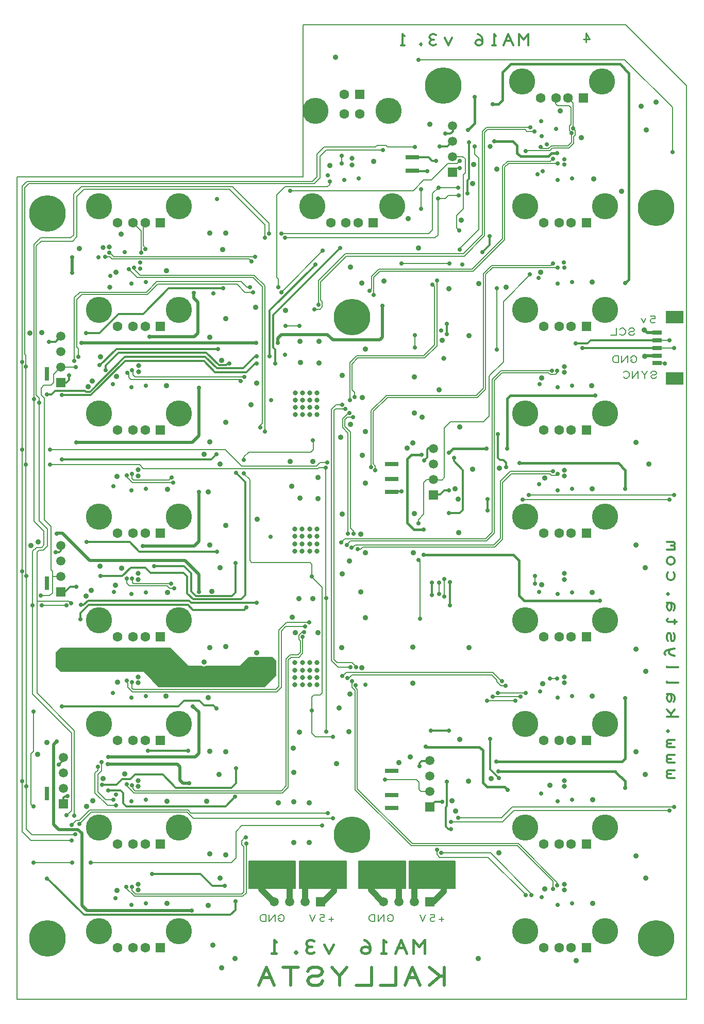
<source format=gbr>
%FSLAX35Y35*%
%MOIN*%
G04 EasyPC Gerber Version 18.0.8 Build 3632 *
%ADD87R,0.03150X0.08661*%
%ADD124R,0.05906X0.05906*%
%ADD25R,0.06299X0.06299*%
%ADD10C,0.00500*%
%ADD123C,0.00591*%
%ADD12C,0.00787*%
%ADD91C,0.00827*%
%ADD18C,0.00984*%
%ADD14C,0.01181*%
%ADD19C,0.01575*%
%ADD11C,0.01969*%
%ADD83C,0.02756*%
%ADD21C,0.03150*%
%ADD89C,0.03543*%
%ADD16C,0.03937*%
%ADD126R,0.06299X0.02756*%
%ADD129R,0.08661X0.03150*%
%ADD128R,0.05906X0.05906*%
%ADD127R,0.11811X0.08268*%
%ADD125C,0.05906*%
%ADD26C,0.06299*%
%ADD28C,0.11811*%
%ADD27C,0.16929*%
%ADD29C,0.23622*%
X0Y0D02*
D02*
D10*
X39370Y39370D02*
Y570866D01*
X224409*
Y669291*
X433071*
X472441Y629921*
Y39370*
X39370*
X131069Y241411D02*
X199246D01*
X206614Y248780*
Y257992*
X204134Y260472*
X195720*
G75*
G02X193059I-1330J2913*
G01*
X189252*
X183583Y254803*
X162223*
G75*
G02X158170I-2026J2480*
G01*
X149921*
X138228Y266496*
X67717*
X64528Y263307*
Y254449*
X67717Y251260*
X121220*
X131069Y241411*
G36*
X199246*
X206614Y248780*
Y257992*
X204134Y260472*
X195720*
G75*
G02X193059I-1330J2913*
G01*
X189252*
X183583Y254803*
X162223*
G75*
G02X158170I-2026J2480*
G01*
X149921*
X138228Y266496*
X67717*
X64528Y263307*
Y254449*
X67717Y251260*
X121220*
X131069Y241411*
G37*
X219311Y111087D02*
Y128839D01*
X189429*
Y111087*
X219311*
G36*
Y128839*
X189429*
Y111087*
X219311*
G37*
X221780D02*
X252181D01*
Y128839*
X221780*
Y111087*
G36*
X252181*
Y128839*
X221780*
Y111087*
G37*
X260366D02*
X290551D01*
Y128839*
X260366*
Y111087*
G36*
X290551*
Y128839*
X260366*
Y111087*
G37*
X293020D02*
X322728D01*
Y128839*
X293020*
Y111087*
G36*
X322728*
Y128839*
X293020*
Y111087*
G37*
D02*
D11*
X74803Y508858D02*
Y518898D01*
X98130Y196161D02*
X154626D01*
X156791Y198327*
Y225000*
X152953Y228839*
X120571Y332283D02*
X154035D01*
X156988Y335236*
Y367520*
X150492Y179055D02*
X146772D01*
X144724Y181102*
Y189665*
X143051Y191339*
X97835*
X152362Y96752D02*
X84547D01*
X81201Y100098*
Y146555*
X78740Y149016*
X66240*
X62992Y152264*
Y204035*
X64862Y205906*
X64961*
X153543Y495965D02*
Y492835D01*
X156299Y490079*
Y470059*
X153961Y467720*
X124906*
X157087Y302854D02*
Y314035D01*
X147972Y323150*
X86142*
X68681Y340610*
X65079*
X64921Y340453*
X157087Y434744D02*
Y403642D01*
X152657Y399213*
X77657*
Y399311*
X192665Y114594D02*
X196075D01*
X197283Y113386*
X193787Y463823D02*
Y463622D01*
X80827*
X197283Y113386D02*
X200693D01*
X201902Y114594*
Y114933*
X205079Y118110*
Y117772*
X208256Y114594*
X211665*
X212874Y113386*
X216283*
X217492Y114594*
X275689Y487598D02*
Y467323D01*
X274016Y465650*
X243484*
X239961Y469173*
X210315*
X207874Y466732*
Y463823*
X315748Y48346D02*
Y60157D01*
Y54252D02*
X312795D01*
X305906Y60157*
X312795Y54252D02*
X305906Y48346D01*
X300000D02*
X295079Y60157D01*
X290157Y48346*
X298031Y53268D02*
X292126D01*
X284252Y60157D02*
Y48346D01*
X274409*
X268504Y60157D02*
Y48346D01*
X258661*
X247835D02*
Y54252D01*
X252756Y60157*
X247835Y54252D02*
X242913Y60157D01*
X237008Y51299D02*
X236024Y49331D01*
X234055Y48346*
X230118*
X228150Y49331*
X227165Y51299*
X228150Y53268*
X230118Y54252*
X234055*
X236024Y55236*
X237008Y57205*
X236024Y59173*
X234055Y60157*
X230118*
X228150Y59173*
X227165Y57205*
X216339Y48346D02*
Y60157D01*
X221260D02*
X211417D01*
X205512Y48346D02*
X200591Y60157D01*
X195669Y48346*
X203543Y53268D02*
X197638D01*
X453346Y455512D02*
X445945D01*
X445433Y455000*
X453346Y470276D02*
X446811D01*
X445079Y472008*
D02*
D12*
X42717Y316142D02*
Y180217D01*
Y394823D02*
Y316142D01*
Y451476D02*
Y394823D01*
X45079Y384892D02*
Y312894D01*
X45177Y312992*
X45079Y448425D02*
Y384892D01*
X45177Y176969D02*
Y149508D01*
X48917Y145768*
X76969*
X77067Y145866*
X45177Y312992D02*
Y176969D01*
X49311Y293996D02*
Y236614D01*
X74606Y211319*
Y161220*
X71752Y158366*
X71260*
X49843Y127756D02*
X74921D01*
X49843Y225315D02*
Y199646D01*
X48386Y198189*
Y165394*
X49843Y163937*
X50354Y427480D02*
X50394Y427441D01*
Y348228*
X56594Y342028*
Y332972*
X55118Y331496*
X51870*
X49311Y328937*
Y293996*
X52165Y296555D02*
Y237303D01*
X76280Y213189*
Y158071*
X53543Y425000D02*
Y348819D01*
X59055Y343307*
Y332283*
X56299Y329528*
X53445*
X52165Y328248*
Y296555*
X58504Y443780D02*
X62362Y312618*
Y302165D01*
X60394Y300197*
X54764*
X67657Y312618D02*
X62362D01*
X67657D02*
Y448012*
Y448051D01*
X62992Y443386*
Y437874*
X61378Y436260*
X56614*
X54843Y434488*
Y430079*
X56969Y427953*
Y349370*
X61260Y345079*
Y317047*
X62362Y315945*
Y312618*
X69193Y175807D02*
X71260Y293996*
X55217D01*
X74409Y295374D02*
X74508D01*
X72638Y296555*
X52165*
X74606Y142126D02*
X48228D01*
X42717Y147638*
Y180217*
X77126Y447992D02*
X67677D01*
X67657Y448012*
X79035Y454724D02*
Y460059D01*
X77953Y461142*
Y491791*
X81142Y494980*
X106378*
X106398Y494961*
X123701*
X130315Y501575*
X181457*
X186575Y496457*
X192087*
X86811Y127756D02*
X177992D01*
X180787Y130551*
Y147717*
X184764Y151693*
X236614*
Y151732*
X91732Y189567D02*
Y187500D01*
X89764Y185531*
Y172835*
X98031Y164567*
X103150*
X101476Y168307D02*
X96654D01*
X91535Y173425*
Y184547*
X94094Y187106*
Y192618*
X185906Y379488D02*
Y379134D01*
X189803Y375236*
Y322992*
X191102Y321693*
X228819*
X230079Y320433*
Y312598*
X185906Y387953D02*
Y389921D01*
X189173Y393189*
X229409*
X230787Y394567*
Y401102*
X230512Y400551*
X189961Y499646D02*
X187874D01*
X184291Y503228*
X129724*
X122953Y496457*
X79882*
X76398Y492972*
Y451929*
X76220*
X199528Y531535D02*
Y540039D01*
X176496Y563071*
X82598*
X77992Y558465*
Y532244*
X75157Y529409*
X54843*
X51772Y526339*
Y429961*
X53543Y428189*
Y425000*
X202362Y534370D02*
Y541102D01*
X178622Y564843*
X80827*
X75866Y559882*
Y533307*
X74094Y531535*
X54488*
X50354Y527402*
Y427480*
X208386Y499646D02*
Y504961D01*
X207323Y506024*
Y559213*
X212638Y564528*
X240059*
X241634Y566102*
Y568012*
X210157Y496457D02*
X236909Y523209D01*
X212638Y531535D02*
X309724D01*
X311496Y533307*
Y556988*
X212992Y474606D02*
X222008D01*
Y474764*
X229803Y226142D02*
Y234567D01*
X231260Y236024*
X235433*
X236693Y237283*
Y305787*
X230079Y312402*
Y312598*
X238780Y382874D02*
Y299016D01*
X239173Y298622*
X238780Y382874D02*
X234400D01*
X234006Y382480*
X121014*
X118602Y384892*
X60571*
X239173Y298622D02*
Y212500D01*
X239862Y386220D02*
X235118D01*
X232953Y384055*
X184606*
X173819Y394843*
X60610*
X240394Y159843D02*
X151772D01*
X149803Y161811*
X86417*
X79724Y155118*
X77756*
X74409Y151772*
X74606*
Y152067*
X243504Y156496D02*
X153150D01*
X149213Y160433*
X87303*
X79626Y152756*
Y152559*
X243583Y208898D02*
X232244D01*
X229803Y211339*
Y226142*
X275787Y588287D02*
X239173D01*
X235236Y584350*
Y570354*
X231496Y566614*
X47106*
X44390Y563898*
Y456220*
X45079Y455531*
Y448425*
X277283Y181339D02*
X297638D01*
X299134Y179843*
Y175039*
X300591Y173583*
X305630*
X305650Y173602*
X306398*
X296614Y590354D02*
X278898D01*
X277835Y591417*
X272165*
X271102Y590354*
X237795*
X233189Y585748*
Y570866*
X230354Y568031*
X45630*
X42717Y565118*
Y451476*
X296752Y460531D02*
Y468602D01*
X296654*
X298780Y347165D02*
Y349409D01*
X302402Y353031*
Y373504*
X304173Y375276*
X308740*
X308760Y375256*
X300039Y285394D02*
Y322244D01*
X298780Y323504*
X300591Y550492D02*
Y562894D01*
X306398Y173602D02*
X308760Y375256*
X310787Y136063*
Y133110D01*
X312756Y131142*
X344094*
X368189Y107047*
Y106693*
X311909Y564173D02*
X311890D01*
X307953Y560236*
Y536850*
X305472Y534370*
X210157*
X312283Y308661D02*
Y301220D01*
X313622Y133976D02*
X345512D01*
X372087Y107402*
Y106693*
X315472Y311142D02*
Y299803D01*
X318799Y515059D02*
X288189D01*
X288091Y515157*
X319390Y564173D02*
X324606D01*
X319390D02*
X311909D01*
X320000Y154035D02*
X353307D01*
X360531Y161260*
X461378*
X320965Y584173D02*
X327677D01*
X329291Y582559*
Y573740*
X327874Y572323*
Y550433*
X323465Y546024*
Y538150*
X325315Y536299*
X320965Y584173D02*
X324606Y156594*
X352598D01*
X359744Y163740*
X464213*
X324961Y558858D02*
X318209D01*
X316339Y556988*
X311496*
X325591Y576575D02*
X323366D01*
X320965Y574173*
X325689Y581496D02*
X323957Y579764D01*
X318110*
X307323Y568976*
X302402*
X295551Y562126*
X291772*
X291732Y562165*
X215827*
X335138Y590748D02*
Y585827D01*
X337795Y583169*
Y537106*
X325492Y524803*
Y523917*
X343386Y232480D02*
X361457D01*
X346929Y234961D02*
X365000D01*
X349606Y459350D02*
Y499114D01*
X350118Y237441D02*
X368189D01*
X366417Y362520D02*
X461378D01*
X370315Y365354D02*
X464213D01*
X371102Y507874D02*
Y507756D01*
X353780Y490433*
Y451378*
X344961Y442559*
Y442520*
X344449Y442008*
Y416260*
X340945Y412756*
X319646*
X315669Y408780*
Y376693*
X314134Y375157*
X308858*
X308760Y375256*
X453346Y450591D02*
X457992D01*
X458189Y450394*
X453346Y460433D02*
X464094D01*
X464213Y460315*
X453346Y465354D02*
X461299D01*
X461378Y465276*
X463150Y587165D02*
Y615866D01*
X432323Y646693*
X299094*
D02*
D14*
X58504Y172362D02*
Y308386*
X58701Y430433*
X61496D01*
X63819Y432756*
X83386*
X83976Y432165*
X86457*
X109016Y454724*
X161024*
X168543Y447205*
X185630*
X193346Y454921*
X194252*
X59941Y464469D02*
X64114D01*
X67657Y468012*
X64409Y328445D02*
X66634D01*
X67520Y329331*
Y332480*
X67657Y332618*
Y322618D02*
Y458012*
X68150Y228819*
X143701D01*
X147165Y232283*
X157244*
X160118Y229409*
X166378*
X168307Y227480*
X68150Y388504D02*
X165079D01*
X168307Y391732*
X68150Y429961D02*
X87087D01*
X109173Y452047*
X160197*
X167402Y444843*
X187756*
X193425Y450512*
X194370*
X69193Y165807D02*
Y169783D01*
X69783Y170374*
X71555*
X71949Y170768*
X69193Y185807D02*
Y195807*
Y193898D01*
X66339Y191043*
X73031Y442717D02*
Y439764D01*
X71260Y437992*
X68169*
X68150Y438012*
X67657*
X77657Y306004D02*
Y306102D01*
X73622*
X70177Y302657*
X67697*
X67657Y302618*
X80354Y284921D02*
Y289134D01*
X85512Y294291*
X149803*
X152992Y291102*
X181260*
X181299Y291063*
X80472Y294252D02*
X82441D01*
X85276Y297087*
X150709*
X152047Y295748*
X194134*
X84409Y334941D02*
X112146D01*
X118307Y328780*
X168543*
X92520Y449213D02*
X92953D01*
X103543Y459803*
X169173*
X93150Y312992D02*
X107323D01*
X112835Y318504*
X122362*
X125709Y315157*
X146850*
X149370Y312638*
Y301811*
X153307Y297874*
X184291*
X187047Y300630*
Y373780*
X180984Y379843*
X94213Y177874D02*
X103622D01*
X107362Y181614*
X112638*
X115551Y184528*
X133661*
X142047Y176142*
X178031*
X181024Y179134*
Y188819*
X96575Y446063D02*
Y449094D01*
X104961Y457480*
X161732*
X169803Y449409*
X174764*
X175748Y450394*
X176457*
X98228Y174488D02*
X106181D01*
X108031Y172638*
Y165925*
X109882Y164075*
X174173*
X180354Y170197*
X180315*
X123819Y200118D02*
X149803D01*
X126575Y120276D02*
X157874D01*
X165551Y112598*
X173720*
X128031Y319331D02*
X147244D01*
X151850Y314724*
Y303071*
X155000Y299921*
X178386*
X180669Y302205*
Y321339*
X172717Y498858D02*
X137362D01*
X120945Y482441*
X105079*
X92598Y469961*
X83780*
X180512Y102559D02*
Y97146D01*
X177264Y93898*
X82618*
X59094Y117421*
X58701*
X181299Y291063D02*
X186220D01*
X187756Y292598*
X206260Y450512D02*
Y459252D01*
X204921Y460591*
Y481654*
X248425Y525157*
X232165Y514213D02*
Y514134D01*
X202638Y484606*
Y454921*
X281398Y385236D02*
X281496D01*
Y162992D02*
Y171358*
Y187106*
X281594Y375591*
X281496D01*
X287894Y367618D02*
X281594D01*
X281496Y367520*
X299449Y189961D02*
Y192087D01*
X300866Y193504*
X306299*
X306398Y193602*
X302461Y387598D02*
X304626Y389764D01*
Y394783*
X305413Y395571*
X308445*
X308760Y395256*
X304764Y574764D02*
X295197D01*
X294843Y575118*
X306398Y183602D02*
X306890Y212894*
X318701D01*
X307480Y308760D02*
Y300787D01*
X308760Y385256D02*
X310433Y581496*
X307598D01*
X305472Y583622*
X294843*
X312697Y590846D02*
X317638D01*
X320965Y594173*
X314331Y166929D02*
X309724D01*
X306398Y163602*
X316437Y598917D02*
X319685D01*
X321260Y600492*
Y603878*
X320965Y604173*
X317224Y475886D02*
Y469193D01*
X317402Y164291D02*
Y180157D01*
Y164291D02*
X316575Y163465D01*
Y151181*
X318425Y149331*
X320000*
X318602Y368307D02*
X315748D01*
X313091Y365650*
X309154*
X308760Y365256*
X319291Y308957D02*
Y294094D01*
X321850Y389272D02*
Y387303D01*
X327657Y381496*
Y355709*
X325492Y353543*
X318701*
X331594Y593504D02*
Y569685D01*
X330591Y568681*
Y560236*
X343504Y355413D02*
Y362795D01*
X344783Y532776D02*
Y526870D01*
X340354Y522441*
X350787Y182382D02*
X345276Y187894D01*
Y207579*
X355610Y383366D02*
Y386220D01*
X353740Y388091*
X351772*
X350394Y389469*
Y404528*
X369961Y655980D02*
Y663361D01*
X366885Y659670*
X363809Y663361*
Y655980*
X360118D02*
X357042Y663361D01*
X353967Y655980*
X358888Y659055D02*
X355197D01*
X349045Y655980D02*
X346585D01*
X347815D02*
Y663361D01*
X349045Y662131*
X340433Y657825D02*
X339818Y659055D01*
X338587Y659670*
X337357*
X336127Y659055*
X335512Y657825*
X336127Y656594*
X337357Y655980*
X338587*
X339818Y656594*
X340433Y657825*
Y659670*
X339818Y661516*
X338587Y662746*
X337357Y663361*
X320748Y660901D02*
X318287Y655980D01*
X315827Y660901*
X310290Y656594D02*
X309060Y655980D01*
X307830*
X306599Y656594*
X305984Y657825*
X306599Y659055*
X307830Y659670*
X309060*
X307830D02*
X306599Y660285D01*
X305984Y661516*
X306599Y662746*
X307830Y663361*
X309060*
X310290Y662746*
X300448Y655980D02*
X299833Y656594D01*
X300448Y657210*
X301063Y656594*
X300448Y655980*
X289990D02*
X287530D01*
X288760D02*
Y663361D01*
X289990Y662131*
X453346Y460433D02*
X404823D01*
X453346Y465354D02*
X410236D01*
X408268Y463386*
X400591*
X464602Y182520D02*
X460295D01*
X459680Y183135*
Y184365*
X460295Y184980*
X462141*
X460295D02*
X459680Y185596D01*
Y186826*
X460295Y187441*
X464602*
Y192362D02*
X460295D01*
X459680Y192978*
Y194208*
X460295Y194823*
X462141*
X460295D02*
X459680Y195438D01*
Y196669*
X460295Y197283*
X464602*
Y202205D02*
X460295D01*
X459680Y202820*
Y204050*
X460295Y204665*
X462141*
X460295D02*
X459680Y205281D01*
Y206511*
X460295Y207126*
X464602*
X459680Y212663D02*
X460295Y213278D01*
X460911Y212663*
X460295Y212047*
X459680Y212663*
Y221890D02*
X467062D01*
X462141D02*
Y223735D01*
X464602Y226811*
X462141Y223735D02*
X459680Y226811D01*
X463986Y231732D02*
X464602Y232963D01*
Y234808*
X463986Y236039*
X462756Y236654*
X460911*
X460295Y236039*
X459680Y234808*
Y233578*
X460295Y232348*
X460911Y231732*
X461526*
X462141Y232348*
X462756Y233578*
Y234808*
X462141Y236039*
X461526Y236654*
X460911D02*
X459680D01*
Y244651D02*
Y244035D01*
X467062*
X459680Y254493D02*
Y253878D01*
X467062*
X464602Y261260D02*
X462141Y261875D01*
X460911Y263106*
Y264336*
X462141Y265566*
X464602Y266181*
X462141Y265566D02*
X459680Y264951D01*
X458450Y264336*
X457835Y263106*
X458450Y261875*
X460295Y271102D02*
X459680Y272333D01*
Y274793*
X460295Y276024*
X461526*
X462141Y274793*
Y272333*
X462756Y271102*
X463986*
X464602Y272333*
Y274793*
X463986Y276024*
X464602Y282175D02*
Y284636D01*
X465832Y283406D02*
X460295D01*
X459680Y284021*
Y284636*
X460295Y285251*
X463986Y290787D02*
X464602Y292018D01*
Y293863*
X463986Y295094*
X462756Y295709*
X460911*
X460295Y295094*
X459680Y293863*
Y292633*
X460295Y291403*
X460911Y290787*
X461526*
X462141Y291403*
X462756Y292633*
Y293863*
X462141Y295094*
X461526Y295709*
X460911D02*
X459680D01*
Y301245D02*
X460295Y301860D01*
X460911Y301245*
X460295Y300630*
X459680Y301245*
X463986Y315394D02*
X464602Y314163D01*
Y312318*
X463986Y311088*
X462756Y310472*
X461526*
X460295Y311088*
X459680Y312318*
Y314163*
X460295Y315394*
X461526Y320315D02*
X460295Y320930D01*
X459680Y322161*
Y323391*
X460295Y324621*
X461526Y325236*
X462756*
X463986Y324621*
X464602Y323391*
Y322161*
X463986Y320930*
X462756Y320315*
X461526*
X459680Y330157D02*
X464602D01*
X463986D02*
X464602Y330773D01*
Y332003*
X463986Y332618*
X462141*
X463986D02*
X464602Y333233D01*
Y334464*
X463986Y335079*
X459680*
D02*
D16*
X73740Y259055D02*
X69134D01*
X78346D02*
X73740D01*
X82953D02*
X78346D01*
X87559D02*
X82953D01*
X92165D02*
X87559D01*
X204134Y251969D02*
X194567D01*
X187480Y244882*
X138937*
X124764Y259055*
X92165*
X205472Y102362D02*
X205169D01*
X197224Y110307*
Y121988*
X197283Y122047*
X215472Y102362D02*
Y119449D01*
X212874Y122047*
X225472Y102362D02*
Y119055D01*
X228465Y122047*
X235472Y102362D02*
Y102512D01*
X237370*
X244146Y109287*
Y121957*
X244055Y122047*
X276339Y102362D02*
X275717D01*
X268161Y109917*
Y121256*
X268150Y121268*
Y122047*
X286339Y102362D02*
Y119449D01*
X283740Y122047*
X296339Y102362D02*
Y119055D01*
X299331Y122047*
X306339Y102362D02*
X308547D01*
X315323Y109138*
Y121646*
X314921Y122047*
D02*
D18*
X407185Y658091D02*
Y663996D01*
X409646Y660059*
X405709*
D02*
D19*
X302323Y343110D02*
X295866D01*
X291732Y347244*
Y388661*
X294291Y391220*
X299705*
X299724Y391240*
X301083*
X302992Y68868D02*
Y77726D01*
X299301Y73297*
X295610Y77726*
Y68868*
X291181D02*
X287490Y77726D01*
X283799Y68868*
X289705Y72559D02*
X285276D01*
X277894Y68868D02*
X274941D01*
X276417D02*
Y77726D01*
X277894Y76250*
X267559Y71083D02*
X266821Y72559D01*
X265344Y73297*
X263868*
X262392Y72559*
X261654Y71083*
X262392Y69606*
X263868Y68868*
X265344*
X266821Y69606*
X267559Y71083*
Y73297*
X266821Y75512*
X265344Y76988*
X263868Y77726*
X243937Y74774D02*
X240984Y68868D01*
X238031Y74774*
X231388Y69606D02*
X229911Y68868D01*
X228435*
X226959Y69606*
X226220Y71083*
X226959Y72559*
X228435Y73297*
X229911*
X228435D02*
X226959Y74035D01*
X226220Y75512*
X226959Y76988*
X228435Y77726*
X229911*
X231388Y76988*
X219577Y68868D02*
X218839Y69606D01*
X219577Y70344*
X220315Y69606*
X219577Y68868*
X207028D02*
X204075D01*
X205551D02*
Y77726D01*
X207028Y76250*
X335236Y622598D02*
Y605610D01*
X330906Y601280*
X342864Y395226D02*
X321161D01*
X318750Y392815*
X346929Y617992D02*
X350472D01*
X353307Y620827*
Y638543*
X358622Y643858*
X429134*
X434803Y638189*
Y504606*
X432677Y502480*
X350689Y186614D02*
X426220D01*
X426772Y186063*
X356594Y174705D02*
X356496D01*
X354626Y176575*
X343406*
X340551Y179429*
Y200197*
X338287Y202461*
X303740*
X303642Y202559*
X364222Y385925D02*
X428297D01*
X432776Y381447*
Y369390*
X388583Y586220D02*
X385079D01*
X383110Y584252*
X364961*
X362598Y586220*
X362795*
X362598Y586417*
Y591437*
X360039Y593996*
X347835*
X413140Y429675D02*
X358366D01*
X356299Y427608*
Y395226*
X356201*
X416437Y296949D02*
X367421D01*
X364075Y300295*
Y323130*
X360433Y326772*
X302421*
X302323Y326673*
X430591Y193012D02*
X349311D01*
X349213Y192913*
X432579Y176181D02*
Y180256D01*
X426772Y186063*
X432677Y233957D02*
Y195098D01*
X430591Y193012*
D02*
D21*
X95000Y525512D03*
X99016Y525591D03*
X99213Y499606D03*
X117717Y243858D03*
Y247598D03*
X117756Y110039D03*
Y113780D03*
Y176969D03*
Y180709D03*
Y310827D03*
Y314567D03*
Y377795D03*
Y381535D03*
X118110Y445118D03*
Y448858D03*
X219016Y329094D03*
Y333819D03*
Y338543D03*
Y343268D03*
X219055Y242717D03*
Y247441D03*
Y252165D03*
Y256890D03*
X219134Y417283D03*
Y422008D03*
Y426732D03*
Y431457D03*
X223740Y329094D03*
Y333819D03*
Y338543D03*
Y343268D03*
X223780Y242717D03*
Y247441D03*
Y252165D03*
Y256890D03*
X223858Y417283D03*
Y422008D03*
Y426732D03*
Y431457D03*
X228465Y329094D03*
Y333819D03*
Y338543D03*
Y343268D03*
X228504Y242717D03*
Y247441D03*
Y252165D03*
Y256890D03*
X228583Y417283D03*
Y422008D03*
Y426732D03*
Y431457D03*
X233189Y329094D03*
Y333819D03*
Y338543D03*
Y343268D03*
X233228Y242717D03*
Y247441D03*
Y252165D03*
Y256890D03*
X233307Y417283D03*
Y422008D03*
Y426732D03*
Y431457D03*
X255906Y578839D03*
Y582874D03*
X315354Y453839D03*
X345374Y590846D03*
X393307Y110000D03*
Y113740D03*
Y176929D03*
Y180669D03*
Y243858D03*
Y247598D03*
Y310787D03*
Y314528D03*
Y377717D03*
Y381457D03*
X393346Y444724D03*
Y448465D03*
D02*
D25*
X131969Y72835D03*
Y139764D03*
Y206693D03*
Y273622D03*
Y340551D03*
Y407480D03*
Y474409D03*
Y541339D03*
X260827Y624409D03*
X269764Y541339D03*
X405591Y622047D03*
X407559Y72835D03*
Y139764D03*
Y206693D03*
Y273622D03*
Y340551D03*
Y407480D03*
Y474409D03*
Y541339D03*
D02*
D26*
X104409Y72835D03*
Y139764D03*
Y206693D03*
Y273622D03*
Y340551D03*
Y407480D03*
Y474409D03*
Y541339D03*
X114252Y72835D03*
Y139764D03*
Y206693D03*
Y273622D03*
Y340551D03*
Y407480D03*
Y474409D03*
Y541339D03*
X122126Y72835D03*
Y139764D03*
Y206693D03*
Y273622D03*
Y340551D03*
Y407480D03*
Y474409D03*
Y541339D03*
X242205D03*
X250984Y611811D03*
Y624409D03*
X252047Y541339D03*
X259921D03*
X260827Y611811D03*
X378031Y622047D03*
X380000Y72835D03*
Y139764D03*
Y206693D03*
Y273622D03*
Y340551D03*
Y407480D03*
Y474409D03*
Y541339D03*
X387874Y622047D03*
X389843Y72835D03*
Y139764D03*
Y206693D03*
Y273622D03*
Y340551D03*
Y407480D03*
Y474409D03*
Y541339D03*
X395748Y622047D03*
X397717Y72835D03*
Y139764D03*
Y206693D03*
Y273622D03*
Y340551D03*
Y407480D03*
Y474409D03*
Y541339D03*
D02*
D27*
X92323Y83504D03*
Y150433D03*
Y217362D03*
Y284291D03*
Y351220D03*
Y418150D03*
Y485079D03*
Y552008D03*
X144055Y83504D03*
Y150433D03*
Y217362D03*
Y284291D03*
Y351220D03*
Y418150D03*
Y485079D03*
Y552008D03*
X230118D03*
X232205Y613780D03*
X279606D03*
X281850Y552008D03*
X365945Y632717D03*
X367913Y83504D03*
Y150433D03*
Y217362D03*
Y284291D03*
Y351220D03*
Y418150D03*
Y485079D03*
Y552008D03*
X417677Y632717D03*
X419646Y83504D03*
Y150433D03*
Y217362D03*
Y284291D03*
Y351220D03*
Y418150D03*
Y485079D03*
Y552008D03*
D02*
D28*
X197283Y122047D03*
X212874D03*
X228465D03*
X244055D03*
X268150D03*
X283740D03*
X299331D03*
X314921D03*
D02*
D29*
X59055Y78740D03*
Y547244D03*
X255906Y145669D03*
Y480315D03*
X314961Y629921D03*
X452756Y78740D03*
Y551181D03*
D02*
D83*
X42717Y180217D03*
Y316142D03*
Y394823D03*
Y451476D03*
X45079Y384892D03*
Y448425D03*
X45177Y176969D03*
Y312992D03*
X49311Y293996D03*
X49843Y127756D03*
Y163937D03*
Y225315D03*
X50354Y427480D03*
X53543Y425000D03*
X54764Y300197D03*
X55217Y293996D03*
X58504Y172362D03*
Y308386D03*
Y443780D03*
X58701Y117421D03*
Y430433D03*
X59941Y464469D03*
X60571Y384892D03*
X60610Y394843D03*
X64409Y328445D03*
X64921Y340453D03*
X64961Y205906D03*
X66339Y191043D03*
X67657Y312618D03*
Y322618D03*
Y458012D03*
X68150Y228819D03*
Y388504D03*
Y429961D03*
X69193Y175807D03*
Y185807D03*
X71260Y158366D03*
Y293996D03*
X71949Y170768D03*
X73031Y442717D03*
X74409Y295374D03*
X74606Y142126D03*
Y152067D03*
X74803Y508858D03*
Y518898D03*
X74921Y127756D03*
X76220Y451929D03*
X76280Y158071D03*
X77067Y145866D03*
X77126Y447992D03*
X77657Y306004D03*
Y399311D03*
X79035Y454724D03*
X79626Y152559D03*
X80354Y284921D03*
X80472Y294252D03*
X80827Y463622D03*
X83780Y469961D03*
X84409Y334941D03*
X86811Y127756D03*
X91732Y189567D03*
X91929Y518898D03*
X92520Y449213D03*
X93150Y312992D03*
X94094Y192618D03*
X94213Y177874D03*
X96417Y519488D03*
X96575Y446063D03*
X97835Y191339D03*
X98130Y196161D03*
X98228Y174488D03*
X99055Y522047D03*
X99606Y506890D03*
X101378Y237323D03*
X101417Y436969D03*
X101476Y168307D03*
X101654Y371181D03*
X101929Y302835D03*
X102874Y104646D03*
X103150Y164567D03*
X103189Y171654D03*
X109016Y522283D03*
X110039Y112008D03*
X110236Y178268D03*
Y311319D03*
Y378110D03*
X110335Y245276D03*
X110630Y444488D03*
X111614Y511220D03*
X113228Y100512D03*
Y167441D03*
Y234370D03*
Y301299D03*
Y368228D03*
Y435157D03*
Y502087D03*
X113484Y379134D03*
X113583Y112008D03*
Y177559D03*
Y244193D03*
Y311417D03*
X113681Y445866D03*
X114961Y512205D03*
X119094Y511693D03*
Y515591D03*
X119449Y521969D03*
X120571Y332283D03*
X122283Y524449D03*
X122539Y436122D03*
X122638Y101476D03*
Y168406D03*
Y235335D03*
Y302283D03*
Y369193D03*
X122697Y503130D03*
X123819Y200118D03*
X124906Y467720D03*
X126575Y120276D03*
X128031Y319331D03*
X138937Y307953D03*
X139291Y376693D03*
X140354Y373504D03*
X141043Y305118D03*
X149803Y200118D03*
X150492Y179055D03*
X152362Y96752D03*
X152953Y228839D03*
X153543Y495965D03*
X156988Y367520D03*
X157087Y302854D03*
Y434744D03*
X166417Y495551D03*
X168307Y227480D03*
Y391732D03*
X168543Y328780D03*
X168701Y556693D03*
X169173Y459803D03*
X172717Y498858D03*
X173720Y112598D03*
X176457Y450394D03*
X180315Y170197D03*
X180512Y102559D03*
X180669Y321339D03*
X180984Y379843D03*
X181024Y188819D03*
X183937Y439055D03*
X185906Y379488D03*
Y387953D03*
X186417Y441535D03*
X187126Y143898D03*
X187480Y140000D03*
X187756Y292598D03*
X189961Y499646D03*
X191024Y516299D03*
X192087Y496457D03*
X193150Y519488D03*
X193787Y463823D03*
X194134Y295748D03*
X194252Y454921D03*
X194370Y450512D03*
X196693Y408937D03*
X199528Y406457D03*
Y531535D03*
X202362Y534370D03*
X202638Y454921D03*
X203307Y338504D03*
X203504Y426575D03*
X204134Y251969D03*
Y255866D03*
X206260Y450512D03*
X207874Y463823D03*
X208386Y499646D03*
X210157Y496457D03*
Y534370D03*
X212520Y456024D03*
X212638Y531535D03*
X212992Y474606D03*
X215827Y562165D03*
X222008Y474764D03*
X223976Y273583D03*
X225039Y276772D03*
X225748Y280315D03*
X228228Y283150D03*
X229803Y226142D03*
X230079Y312598D03*
X230512Y400551D03*
X231772Y485472D03*
X232165Y514213D03*
X234252Y488425D03*
X236614Y151732D03*
X236909Y523209D03*
X238780Y382874D03*
X239173Y212500D03*
Y298622D03*
X239862Y386220D03*
X240157Y571969D03*
X240394Y159843D03*
X241634Y568012D03*
X243504Y156496D03*
X243583Y208898D03*
X248425Y525157D03*
X249016Y334646D03*
X249213Y579724D03*
Y584685D03*
X249606Y423524D03*
X249724Y248228D03*
X251024Y569016D03*
X251772Y420965D03*
X252677Y333150D03*
X253051Y247047D03*
X253228Y340433D03*
X254134Y418406D03*
X254449Y426654D03*
X255020Y254134D03*
X255709Y331299D03*
X256004Y245079D03*
X256693Y415650D03*
X256890Y340453D03*
X257480Y428543D03*
X258346Y242402D03*
X258465Y254035D03*
X259449Y330315D03*
X260433Y569980D03*
X264764Y242815D03*
X267205Y497520D03*
X268268Y383504D03*
X270039Y494685D03*
X271063Y381398D03*
X275689Y487598D03*
X275787Y588287D03*
X277283Y181339D03*
X281398Y385236D03*
X281496Y162992D03*
Y171358D03*
Y187106D03*
X281594Y375591D03*
X287894Y367618D03*
X288091Y515157D03*
X296614Y590354D03*
X296654Y468602D03*
X296752Y460531D03*
X298780Y323504D03*
Y347165D03*
X299094Y646693D03*
X299449Y189961D03*
X300039Y285394D03*
X300591Y550492D03*
Y562894D03*
X301083Y391240D03*
X302323Y326673D03*
Y343110D03*
X302461Y387598D03*
X303642Y202559D03*
X304764Y574764D03*
X306398Y173602D03*
Y183602D03*
X306890Y212894D03*
X307480Y300787D03*
Y308760D03*
X307953Y501417D03*
X308760Y375256D03*
Y385256D03*
X310433Y581496D03*
X310787Y136063D03*
Y503898D03*
X311496Y556988D03*
X311909Y564173D03*
X312283Y301220D03*
Y308661D03*
X312697Y590846D03*
X313622Y133976D03*
X313681Y471850D03*
X314331Y166929D03*
X315472Y299803D03*
Y311142D03*
X316437Y598917D03*
X317224Y469193D03*
Y475886D03*
X317402Y180157D03*
X318602Y368307D03*
X318701Y212894D03*
Y353543D03*
X318750Y392815D03*
X318799Y515059D03*
X319291Y294094D03*
Y308957D03*
X320000Y149331D03*
Y154035D03*
X320965Y584173D03*
X321850Y389272D03*
X324606Y156594D03*
Y564173D03*
X324961Y558858D03*
X325315Y536299D03*
X325492Y523917D03*
X325591Y576575D03*
X325689Y581496D03*
X327362Y514469D03*
X330591Y560236D03*
X330906Y601280D03*
X331594Y593504D03*
X335138Y590748D03*
X335236Y622598D03*
X340354Y522441D03*
X342864Y395226D03*
X343386Y232480D03*
X343504Y355413D03*
Y362795D03*
X344783Y532776D03*
X345276Y207579D03*
X346929Y234961D03*
Y617992D03*
X347835Y593996D03*
X349213Y192913D03*
X349606Y459350D03*
Y499114D03*
X350118Y237441D03*
X350394Y404528D03*
X350689Y186614D03*
X350787Y182382D03*
X352953Y244882D03*
X355433Y242047D03*
X355610Y383366D03*
X356201Y395226D03*
X356594Y174705D03*
X361457Y232480D03*
X364222Y385925D03*
X365000Y234961D03*
X366417Y362520D03*
X368189Y106693D03*
Y237441D03*
X368209Y587697D03*
X370315Y365354D03*
X371102Y507874D03*
X371378Y603110D03*
X372087Y106693D03*
X374055Y600433D03*
X374193Y312992D03*
X374213Y307953D03*
X376024Y572756D03*
X376772Y505551D03*
X376969Y302756D03*
X377047Y372520D03*
X377205Y436890D03*
X377717Y238504D03*
X377874Y590472D03*
X378248Y606988D03*
X378268Y172362D03*
X378445Y597244D03*
X378740Y105472D03*
X379232Y574606D03*
X381850Y592008D03*
X383780Y246654D03*
X385197Y445787D03*
X385906Y110591D03*
Y380591D03*
Y582559D03*
X386024Y514862D03*
X387874Y602047D03*
X388583Y586220D03*
X388740Y113071D03*
Y246654D03*
Y445787D03*
X388819Y100512D03*
Y167441D03*
Y234370D03*
Y301299D03*
Y368228D03*
Y435157D03*
Y502087D03*
Y569016D03*
X388937Y512402D03*
X389094Y379173D03*
Y579724D03*
X393110Y515650D03*
X393209Y512303D03*
Y582480D03*
X393307Y579134D03*
X397953Y599213D03*
X398130Y101476D03*
Y436122D03*
X398228Y168406D03*
Y235335D03*
Y302264D03*
Y503051D03*
Y569980D03*
X398307Y369252D03*
X399016Y602402D03*
X400591Y463386D03*
X404823Y460433D03*
X413140Y429675D03*
X416437Y296949D03*
X432579Y176181D03*
X432677Y233957D03*
Y502480D03*
X432776Y369390D03*
X458189Y450394D03*
X461378Y161260D03*
Y362520D03*
Y465276D03*
X463150Y587165D03*
X464213Y163740D03*
Y365354D03*
Y460315D03*
D02*
D87*
X58504Y172362D03*
Y308386D03*
Y443780D03*
D02*
D89*
X47539Y469980D03*
X48425Y332677D03*
X52559Y197539D03*
X53051Y335039D03*
X55315Y470354D03*
X58563Y205512D03*
X69134Y259055D03*
X73740D03*
X78346D03*
X79724Y524803D03*
X82953Y259055D03*
X84055Y300098D03*
X84154Y163976D03*
X85335Y435433D03*
X87402Y303642D03*
X87559Y259055D03*
X87894Y439173D03*
X88287Y167717D03*
X92165Y259055D03*
X93110Y319291D03*
X93228Y454764D03*
X95000Y182165D03*
X102835Y307008D03*
X103150Y509213D03*
X103504Y441890D03*
X104035Y109646D03*
Y377461D03*
X104134Y244390D03*
X106693Y534016D03*
X107008Y318189D03*
X108957Y185039D03*
X135531Y235335D03*
X136024Y436122D03*
X136102Y510276D03*
X136220Y101476D03*
X136417Y167421D03*
X136575Y369173D03*
X136614Y302205D03*
X160138Y391634D03*
X160197Y257283D03*
X161969Y167283D03*
X162992Y99902D03*
Y367224D03*
X163031Y234252D03*
X164016Y399567D03*
X164075Y133268D03*
X164094Y199528D03*
Y266850D03*
Y332874D03*
Y467331D03*
Y534724D03*
X165157Y302992D03*
X165846Y74311D03*
X169882Y184646D03*
X170472Y385433D03*
X170669Y117717D03*
Y318406D03*
X171457Y59646D03*
X171535Y452520D03*
X172244Y524094D03*
X174213Y132677D03*
Y199213D03*
Y267205D03*
Y345669D03*
Y412323D03*
Y479429D03*
Y534646D03*
X180118Y65551D03*
X190669Y423819D03*
X192665Y114594D03*
X193717Y486819D03*
X194134Y437539D03*
X194390Y263386D03*
X194469Y349646D03*
X197283Y113386D03*
X201902Y114594D03*
X205079Y118110D03*
X208256Y114594D03*
X208268Y166240D03*
X212874Y113386D03*
X212894Y484744D03*
X215827Y386969D03*
X216890Y371024D03*
X217244Y286339D03*
X217492Y114594D03*
X218110Y201772D03*
X218209Y166929D03*
X218307Y140650D03*
Y186122D03*
X219193Y276378D03*
X221752Y298327D03*
X221850Y211929D03*
X222205Y363228D03*
Y464567D03*
X222736Y450984D03*
X223846Y114594D03*
X228150Y140846D03*
X228248Y166240D03*
X228465Y113386D03*
X230610Y298228D03*
Y387106D03*
X233083Y114594D03*
X233898Y276417D03*
Y376693D03*
X233957Y363091D03*
X234606Y450630D03*
X234764Y464567D03*
X236260Y118110D03*
X239437Y114594D03*
X241693Y578307D03*
X244055Y113386D03*
X245157Y648504D03*
X245945Y191732D03*
X247736Y227756D03*
X248673Y114594D03*
X248701Y402559D03*
X249311Y266634D03*
X249488Y314331D03*
X249724Y442559D03*
X249764Y353110D03*
X253937Y212303D03*
X254331Y322835D03*
X254449Y236732D03*
X254803Y411063D03*
X255020Y512795D03*
X261535Y302638D03*
X261713Y339961D03*
X262303Y253642D03*
X262362Y502402D03*
X262520Y428228D03*
X262598Y390866D03*
X263602Y114594D03*
X264646Y372913D03*
X264665Y327953D03*
X264724Y285906D03*
Y459606D03*
X264764Y406496D03*
X268220Y113386D03*
X269783Y580906D03*
X272839Y114594D03*
X276016Y118110D03*
X276496Y503740D03*
X279193Y114594D03*
X283811Y113386D03*
X286417Y192421D03*
X288429Y114594D03*
X291535Y395669D03*
X292126Y543996D03*
X293701Y195965D03*
X294783Y114594D03*
X295177Y243602D03*
X295236Y267087D03*
X295374Y399114D03*
X295512Y328051D03*
X296181Y353504D03*
X296378Y418346D03*
Y441693D03*
X299055Y525157D03*
X299402Y113386D03*
X301280Y415846D03*
X304020Y114594D03*
X306181Y604882D03*
X307197Y118110D03*
X310374Y114594D03*
X312205Y433268D03*
X314272Y465354D03*
X314992Y113386D03*
X318701Y498819D03*
X319610Y114594D03*
X320512Y167559D03*
X322736Y369488D03*
X322835Y161122D03*
X324606Y362844D03*
X325000Y340945D03*
X325492Y207283D03*
X325591Y409350D03*
X326772Y542913D03*
X331398Y180217D03*
X331693Y266634D03*
Y468209D03*
X334055Y381890D03*
Y566535D03*
X334724Y578976D03*
X337598Y65748D03*
X337953Y502067D03*
X346063Y182087D03*
X349705Y575886D03*
X351083Y134055D03*
X351132Y382825D03*
X355709Y499803D03*
X378110Y509213D03*
X378465Y307244D03*
Y441181D03*
X379429Y243406D03*
X380512Y110630D03*
Y376280D03*
X383957Y177854D03*
X390748Y613583D03*
X400886Y64469D03*
X404331Y596378D03*
X410827Y436122D03*
X411319Y502953D03*
X411417Y235335D03*
Y302264D03*
Y369193D03*
X411516Y168406D03*
X411614Y101476D03*
X412126Y569803D03*
X430217Y561713D03*
X439567Y265846D03*
Y399213D03*
X439665Y199213D03*
X439764Y131988D03*
Y332874D03*
X443012Y616831D03*
X445079Y472008D03*
X445433Y455000D03*
X445472Y184646D03*
X445768Y318504D03*
X445787Y117677D03*
X445965Y251476D03*
X446260Y601476D03*
X447835Y385335D03*
X452461Y619193D03*
D02*
D91*
X113484Y379134D02*
Y375984D01*
X114547Y374921*
X137520*
X139291Y376693*
X119449Y521969D02*
Y536142D01*
X114252Y541339*
X122283Y524449D02*
Y525157D01*
X120866Y526575*
Y539724*
X122126Y540984*
Y541339*
X138937Y307953D02*
X114488D01*
X113780Y308661*
Y311142*
X113504Y311417*
X113583*
X140354Y373504D02*
X113780D01*
X110236Y377047*
Y378110*
X141043Y305118D02*
X137835D01*
X136417Y306535*
X112008*
X110236Y308307*
Y311319*
X183937Y439055D02*
Y438701D01*
X184291*
X182815Y440118*
X112972*
X111614Y441476*
Y443504*
X110630Y444488*
X186417Y441535D02*
X115650D01*
X114134Y443051*
Y445433*
X113681Y445866*
X187126Y143898D02*
X186772D01*
X184646Y141772*
Y139291*
X186063Y137874*
Y108819*
X184646Y107402*
X115906*
X113583Y109724*
Y112008*
X187480Y140000D02*
Y108110D01*
X185354Y105984*
X115197*
X110039Y111142*
Y112008*
X191024Y516299D02*
X189252Y518071D01*
X100669*
X99252Y519488*
X96417*
X193150D02*
X101939D01*
X99380Y522047*
X99055*
X196693Y408937D02*
Y410354D01*
X198110Y411772*
Y500000*
X192087Y506024*
X116969*
X112520Y510472*
X112362*
X111614Y511220*
X199528Y406457D02*
Y500591D01*
X192677Y507441*
X119094*
X115059Y511476*
Y512205*
X114961*
X221496Y273937D02*
Y274606D01*
X223957Y277067*
X224744*
X225039Y276772*
X221496Y273937D02*
Y272165D01*
X222559Y271102*
Y263661*
X220787Y261890*
X215827*
X213346Y259409*
Y177205*
X210157Y174016*
X115551*
X114134Y175433*
Y177008*
X113583Y177559*
X223976Y273583D02*
Y262953D01*
X221496Y260472*
X216535*
X214764Y258701*
Y176496*
X210866Y172598*
X114843*
X110236Y177205*
Y178268*
X225748Y280315D02*
X212992D01*
X210157Y277480*
Y240984*
X207323Y238150*
X113780*
X110945Y240984*
Y243819*
X110335Y244429*
Y245276*
X228228Y283150D02*
X213701D01*
X208740Y278189*
Y241693*
X206614Y239567*
X114488*
X113583Y240472*
Y244193*
X231772Y485472D02*
X235315D01*
X236732Y486890*
Y490433*
X235669Y491496*
Y503189*
X252323Y519843*
X328504*
X341614Y532953*
Y599567*
X343740Y601693*
X367835*
X369094Y600433*
X374055*
X234252Y488425D02*
Y503898D01*
X251614Y521260*
X327795*
X340197Y533661*
Y600276*
X343031Y603110*
X371378*
X249016Y334646D02*
Y334764D01*
X251260Y337008*
X342323*
X346575Y341260*
Y440118*
X352244Y445787*
X385197*
X249213Y584685D02*
Y579724D01*
X249606Y423524D02*
X245650D01*
X242756Y420630*
Y258346*
X246969Y254134*
X255020*
X249724Y248228D02*
X250000D01*
X252323Y250551*
X346929*
X352598Y244882*
X352953*
X251772Y420965D02*
X245217D01*
X244173Y419921*
Y259055*
X246339Y256890*
X256004*
X258661Y254232*
Y254035*
X258465*
X253051Y247047D02*
X253780D01*
X255866Y249134*
X346220*
X349764Y245591*
Y244528*
X352244Y242047*
X355433*
X253228Y340433D02*
X253386D01*
Y405354*
X249843Y408898*
Y414547*
X253701Y418406*
X254134*
X255709Y331299D02*
X256181D01*
X257992Y333110*
X347638*
X351890Y337362*
Y374213*
X358268Y380591*
X385906*
X256004Y245079D02*
Y244311D01*
X255866Y244173*
Y240984*
X257992Y238858*
Y174724*
X294134Y138583*
X362874*
X385906Y115551*
Y110591*
X256890Y340453D02*
Y342008D01*
X254803Y344094*
Y406102*
X251260Y409646*
Y413898*
X253012Y415650*
X256693*
X257480Y428543D02*
Y431772D01*
X255866Y433386*
Y450039*
X259764Y453937*
X302992*
X310787Y461732*
Y503898*
X258346Y242402D02*
Y240630D01*
X259409Y239567*
Y175433*
X294843Y140000*
X363583*
X388740Y114843*
Y113071*
X259449Y330315D02*
X261575D01*
X262953Y331693*
X348346*
X353307Y336654*
Y373504*
X358976Y379173*
X383780*
X384843Y378110*
X268268Y383504D02*
Y419921D01*
X278189Y429843*
X336299*
X340906Y434449*
Y508504*
X346220Y513819*
X384626*
X385669Y514862*
X386024*
X270039Y494685D02*
Y506024D01*
X273937Y509921*
X334173*
X354724Y530472*
Y577244*
X357205Y579724*
X389094*
X307953Y501417D02*
X309370Y500000D01*
Y462441*
X302283Y455354*
X258937*
X254449Y450866*
Y426654*
X368209Y587697D02*
Y587874D01*
X383780*
X385551Y589646*
X396358*
X399370Y592657*
Y597087*
X400433Y598150*
Y600984*
X399016Y602402*
X374213Y307953D02*
Y310433D01*
X374193*
Y312992*
X383780Y246654D02*
X388740D01*
X384843Y378110D02*
X388031D01*
X389094Y379173*
X385906Y582559D02*
X385551D01*
X384134Y581142*
X356496*
X353307Y577953*
Y531181*
X333465Y511339*
X273228*
X268622Y506732*
Y498583*
X267559Y497520*
X267205*
X388740Y445787D02*
Y444370D01*
X387677Y443307*
X384134*
X383071Y444370*
X352953*
X347992Y439409*
Y340551*
X343031Y335591*
X254803*
X252677Y333465*
Y333150*
X388937Y512402D02*
X346850D01*
X342323Y507874*
Y433740*
X337008Y428425*
X278898*
X269685Y419213*
Y385531*
X271063Y384154*
Y381398*
X397953Y599213D02*
Y593307D01*
X395709Y591063*
X384843*
X383071Y589291*
X378937*
Y589409*
X377874Y590472*
X397953Y599213D02*
Y599764D01*
X396535Y601181*
Y603976*
X397598Y605039*
Y615650*
X396122Y617126*
X389075*
X387697Y618504*
Y621870*
X387874Y622047*
X399016Y602402D02*
Y618819D01*
X395787Y622047*
X395748*
D02*
D123*
X209452Y91535D02*
X208344D01*
Y91167*
X208713Y90428*
X209083Y90059*
X209821Y89690*
X210559*
X211297Y90059*
X211666Y90428*
X212035Y91167*
Y92643*
X211666Y93381*
X211297Y93750*
X210559Y94119*
X209821*
X209083Y93750*
X208713Y93381*
X208344Y92643*
X206130Y89690D02*
Y94119D01*
X202439Y89690*
Y94119*
X200224Y89690D02*
Y94119D01*
X198010*
X197272Y93750*
X196902Y93381*
X196533Y92643*
Y91167*
X196902Y90428*
X197272Y90059*
X198010Y89690*
X200224*
X243996Y91167D02*
X241043D01*
X242520Y89690D02*
Y92643D01*
X238091Y90059D02*
X237352Y89690D01*
X236245*
X235507Y90059*
X235138Y90797*
Y91167*
X235507Y91905*
X236245Y92274*
X238091*
Y94119*
X235138*
X232185D02*
X230339Y89690D01*
X228494Y94119*
X279999Y91535D02*
X278892D01*
Y91167*
X279261Y90428*
X279630Y90059*
X280368Y89690*
X281106*
X281844Y90059*
X282213Y90428*
X282583Y91167*
Y92643*
X282213Y93381*
X281844Y93750*
X281106Y94119*
X280368*
X279630Y93750*
X279261Y93381*
X278892Y92643*
X276677Y89690D02*
Y94119D01*
X272986Y89690*
Y94119*
X270772Y89690D02*
Y94119D01*
X268557*
X267819Y93750*
X267450Y93381*
X267081Y92643*
Y91167*
X267450Y90428*
X267819Y90059*
X268557Y89690*
X270772*
X315323Y91167D02*
X312370D01*
X313846Y89690D02*
Y92643D01*
X309417Y90059D02*
X308679Y89690D01*
X307572*
X306833Y90059*
X306465Y90797*
Y91167*
X306833Y91905*
X307572Y92274*
X309417*
Y94119*
X306465*
X303512D02*
X301666Y89690D01*
X299821Y94119*
X438701Y469892D02*
X438331Y469154D01*
X437593Y468785*
X436117*
X435379Y469154*
X435010Y469892*
X435379Y470630*
X436117Y470999*
X437593*
X438331Y471368*
X438701Y472106*
X438331Y472844*
X437593Y473214*
X436117*
X435379Y472844*
X435010Y472106*
X429104Y469523D02*
X429473Y469154D01*
X430211Y468785*
X431319*
X432057Y469154*
X432426Y469523*
X432795Y470261*
Y471737*
X432426Y472476*
X432057Y472844*
X431319Y473214*
X430211*
X429473Y472844*
X429104Y472476*
X426890Y473214D02*
Y468785D01*
X423199*
X437436Y452736D02*
X436329D01*
Y452367*
X436698Y451629*
X437067Y451260*
X437805Y450891*
X438543*
X439281Y451260*
X439650Y451629*
X440020Y452367*
Y453844*
X439650Y454582*
X439281Y454951*
X438543Y455320*
X437805*
X437067Y454951*
X436698Y454582*
X436329Y453844*
X434114Y450891D02*
Y455320D01*
X430423Y450891*
Y455320*
X428209Y450891D02*
Y455320D01*
X425994*
X425256Y454951*
X424887Y454582*
X424518Y453844*
Y452367*
X424887Y451629*
X425256Y451260*
X425994Y450891*
X428209*
X451870Y477106D02*
X451132Y476737D01*
X450024*
X449286Y477106*
X448917Y477844*
Y478214*
X449286Y478952*
X450024Y479321*
X451870*
Y481167*
X448917*
X445965Y479690D02*
X444488Y476737D01*
X443012Y479690*
X452874Y441959D02*
X452505Y441220D01*
X451767Y440852*
X450290*
X449552Y441220*
X449183Y441959*
X449552Y442697*
X450290Y443066*
X451767*
X452505Y443435*
X452874Y444173*
X452505Y444911*
X451767Y445281*
X450290*
X449552Y444911*
X449183Y444173*
X445123Y440852D02*
Y443066D01*
X446969Y445281*
X445123Y443066D02*
X443278Y445281D01*
X441063Y440852D02*
Y445281D01*
X437372Y440852*
Y445281*
X431467Y441590D02*
X431835Y441220D01*
X432574Y440852*
X433681*
X434419Y441220*
X434788Y441590*
X435157Y442328*
Y443804*
X434788Y444543*
X434419Y444911*
X433681Y445281*
X432574*
X431835Y444911*
X431467Y444543*
D02*
D124*
X235472Y102362D03*
X306339D03*
D02*
D125*
X67657Y312618D03*
Y322618D03*
Y332618D03*
Y448012D03*
Y458012D03*
Y468012D03*
X69193Y175807D03*
Y185807D03*
Y195807D03*
X205472Y102362D03*
X215472D03*
X225472D03*
X276339D03*
X286339D03*
X296339D03*
X306398Y173602D03*
Y183602D03*
Y193602D03*
X308760Y375256D03*
Y385256D03*
Y395256D03*
X320965Y584173D03*
Y594173D03*
Y604173D03*
D02*
D126*
X453346Y450591D03*
Y455512D03*
Y460433D03*
Y465354D03*
Y470276D03*
D02*
D127*
X464764Y440551D03*
Y480315D03*
D02*
D128*
X67657Y302618D03*
Y438012D03*
X69193Y165807D03*
X306398Y163602D03*
X308760Y365256D03*
X320965Y574173D03*
D02*
D129*
X281496Y162992D03*
Y171358D03*
Y187106D03*
Y367520D03*
Y375591D03*
Y385236D03*
X294843Y575118D03*
Y583622D03*
X0Y0D02*
M02*

</source>
